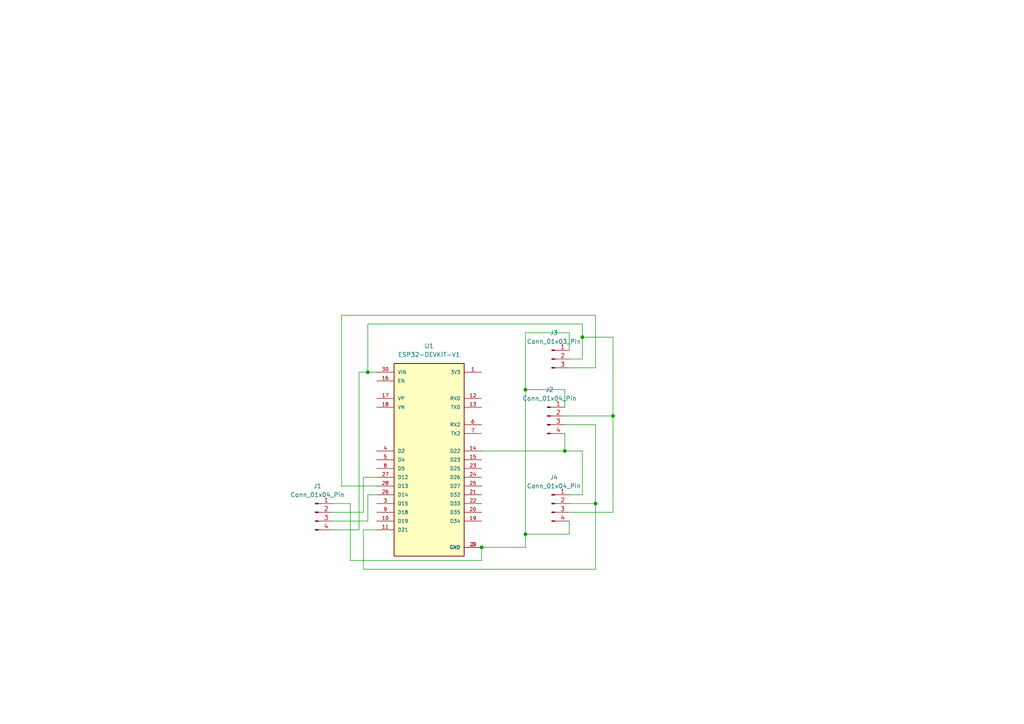
<source format=kicad_sch>
(kicad_sch (version 20250114) (generator "eeschema") (generator_version "9.0")
  (paper "A4")
  (lib_symbols
    (symbol "Connector:Conn_01x03_Pin" (pin_names (offset 1.016) (hide yes))
      (property "Reference" "J" (at 0 5.08 0))
      (property "Value" "Conn_01x03_Pin" (at 0 -5.08 0))
      (symbol "Conn_01x03_Pin_1_1"
        (rectangle (start 0.8636 2.667) (end 0 2.413) (stroke (width 0.1524)) (fill (type outline)))
        (rectangle (start 0.8636 0.127) (end 0 -0.127) (stroke (width 0.1524)) (fill (type outline)))
        (rectangle (start 0.8636 -2.413) (end 0 -2.667) (stroke (width 0.1524)) (fill (type outline)))
        (polyline (pts (xy 1.27 2.54) (xy 0.8636 2.54)) (stroke (width 0.1524)))
        (polyline (pts (xy 1.27 0) (xy 0.8636 0)) (stroke (width 0.1524)))
        (polyline (pts (xy 1.27 -2.54) (xy 0.8636 -2.54)) (stroke (width 0.1524)))
        (pin passive line (at 5.08 2.54 180) (length 3.81) (name "Pin_1") (number "1"))
        (pin passive line (at 5.08 0 180) (length 3.81) (name "Pin_2") (number "2"))
        (pin passive line (at 5.08 -2.54 180) (length 3.81) (name "Pin_3") (number "3"))
      )
    )
    (symbol "Connector:Conn_01x04_Pin" (pin_names (offset 1.016) (hide yes))
      (property "Reference" "J" (at 0 5.08 0))
      (property "Value" "Conn_01x04_Pin" (at 0 -7.62 0))
      (symbol "Conn_01x04_Pin_1_1"
        (rectangle (start 0.8636 2.667) (end 0 2.413) (stroke (width 0.1524)) (fill (type outline)))
        (rectangle (start 0.8636 0.127) (end 0 -0.127) (stroke (width 0.1524)) (fill (type outline)))
        (rectangle (start 0.8636 -2.413) (end 0 -2.667) (stroke (width 0.1524)) (fill (type outline)))
        (rectangle (start 0.8636 -4.953) (end 0 -5.207) (stroke (width 0.1524)) (fill (type outline)))
        (polyline (pts (xy 1.27 2.54) (xy 0.8636 2.54)) (stroke (width 0.1524)))
        (polyline (pts (xy 1.27 0) (xy 0.8636 0)) (stroke (width 0.1524)))
        (polyline (pts (xy 1.27 -2.54) (xy 0.8636 -2.54)) (stroke (width 0.1524)))
        (polyline (pts (xy 1.27 -5.08) (xy 0.8636 -5.08)) (stroke (width 0.1524)))
        (pin passive line (at 5.08 2.54 180) (length 3.81) (name "Pin_1") (number "1"))
        (pin passive line (at 5.08 0 180) (length 3.81) (name "Pin_2") (number "2"))
        (pin passive line (at 5.08 -2.54 180) (length 3.81) (name "Pin_3") (number "3"))
        (pin passive line (at 5.08 -5.08 180) (length 3.81) (name "Pin_4") (number "4"))
      )
    )
    (symbol "ESP32-DEVKIT-V1:ESP32-DEVKIT-V1" (pin_names (offset 1.016))
      (property "Reference" "U" (at -10.16 30.48 0))
      (property "Value" "ESP32-DEVKIT-V1" (at -10.16 -30.48 0))
      (symbol "ESP32-DEVKIT-V1_0_0"
        (rectangle (start -10.16 -27.94) (end 10.16 27.94) (stroke (width 0.254)) (fill (type background)))
        (pin input line (at -15.24 25.4 0) (length 5.08) (name "VIN") (number "30"))
        (pin input line (at -15.24 22.86 0) (length 5.08) (name "EN") (number "16"))
        (pin bidirectional line (at -15.24 17.78 0) (length 5.08) (name "VP") (number "17"))
        (pin bidirectional line (at -15.24 15.24 0) (length 5.08) (name "VN") (number "18"))
        (pin bidirectional line (at -15.24 2.54 0) (length 5.08) (name "D2") (number "4"))
        (pin bidirectional line (at -15.24 0 0) (length 5.08) (name "D4") (number "5"))
        (pin bidirectional line (at -15.24 -2.54 0) (length 5.08) (name "D5") (number "8"))
        (pin bidirectional line (at -15.24 -5.08 0) (length 5.08) (name "D12") (number "27"))
        (pin bidirectional line (at -15.24 -7.62 0) (length 5.08) (name "D13") (number "28"))
        (pin bidirectional line (at -15.24 -10.16 0) (length 5.08) (name "D14") (number "26"))
        (pin bidirectional line (at -15.24 -12.7 0) (length 5.08) (name "D15") (number "3"))
        (pin bidirectional line (at -15.24 -15.24 0) (length 5.08) (name "D18") (number "9"))
        (pin bidirectional line (at -15.24 -17.78 0) (length 5.08) (name "D19") (number "10"))
        (pin bidirectional line (at -15.24 -20.32 0) (length 5.08) (name "D21") (number "11"))
        (pin output line (at 15.24 25.4 180) (length 5.08) (name "3V3") (number "1"))
        (pin input line (at 15.24 17.78 180) (length 5.08) (name "RX0") (number "12"))
        (pin output line (at 15.24 15.24 180) (length 5.08) (name "TX0") (number "13"))
        (pin input line (at 15.24 10.16 180) (length 5.08) (name "RX2") (number "6"))
        (pin output line (at 15.24 7.62 180) (length 5.08) (name "TX2") (number "7"))
        (pin bidirectional line (at 15.24 2.54 180) (length 5.08) (name "D22") (number "14"))
        (pin bidirectional line (at 15.24 0 180) (length 5.08) (name "D23") (number "15"))
        (pin bidirectional line (at 15.24 -2.54 180) (length 5.08) (name "D25") (number "23"))
        (pin bidirectional line (at 15.24 -5.08 180) (length 5.08) (name "D26") (number "24"))
        (pin bidirectional line (at 15.24 -7.62 180) (length 5.08) (name "D27") (number "25"))
        (pin bidirectional line (at 15.24 -10.16 180) (length 5.08) (name "D32") (number "21"))
        (pin bidirectional line (at 15.24 -12.7 180) (length 5.08) (name "D33") (number "22"))
        (pin bidirectional line (at 15.24 -15.24 180) (length 5.08) (name "D35") (number "20"))
        (pin bidirectional line (at 15.24 -17.78 180) (length 5.08) (name "D34") (number "19"))
        (pin power_in line (at 15.24 -25.4 180) (length 5.08) (name "GND") (number "2"))
        (pin power_in line (at 15.24 -25.4 180) (length 5.08) (name "GND") (number "29"))
      )
    )
  )
  (junction (at 106.68 107.95))
  (junction (at 177.8 120.65))
  (junction (at 163.83 130.81))
  (junction (at 168.91 97.79))
  (junction (at 152.4 113.03))
  (junction (at 152.4 154.94))
  (junction (at 139.7 158.75))
  (junction (at 172.72 146.05))
  (wire (pts (xy 105.41 165.1) (xy 105.41 153.67)))
  (wire (pts (xy 177.8 97.79) (xy 168.91 97.79)))
  (wire (pts (xy 99.06 91.44) (xy 99.06 140.97)))
  (wire (pts (xy 165.1 146.05) (xy 172.72 146.05)))
  (wire (pts (xy 96.52 148.59) (xy 105.41 148.59)))
  (wire (pts (xy 152.4 113.03) (xy 152.4 154.94)))
  (wire (pts (xy 152.4 154.94) (xy 152.4 158.75)))
  (wire (pts (xy 96.52 153.67) (xy 104.14 153.67)))
  (wire (pts (xy 104.14 153.67) (xy 104.14 107.95)))
  (wire (pts (xy 163.83 125.73) (xy 163.83 130.81)))
  (wire (pts (xy 172.72 146.05) (xy 172.72 165.1)))
  (wire (pts (xy 165.1 96.52) (xy 152.4 96.52)))
  (wire (pts (xy 177.8 148.59) (xy 177.8 120.65)))
  (wire (pts (xy 165.1 101.6) (xy 165.1 96.52)))
  (wire (pts (xy 104.14 107.95) (xy 106.68 107.95)))
  (wire (pts (xy 165.1 106.68) (xy 172.72 106.68)))
  (wire (pts (xy 105.41 148.59) (xy 105.41 138.43)))
  (wire (pts (xy 172.72 165.1) (xy 105.41 165.1)))
  (wire (pts (xy 163.83 113.03) (xy 152.4 113.03)))
  (wire (pts (xy 165.1 104.14) (xy 168.91 104.14)))
  (wire (pts (xy 139.7 162.56) (xy 139.7 158.75)))
  (wire (pts (xy 101.6 146.05) (xy 101.6 162.56)))
  (wire (pts (xy 99.06 140.97) (xy 109.22 140.97)))
  (wire (pts (xy 172.72 91.44) (xy 99.06 91.44)))
  (wire (pts (xy 168.91 104.14) (xy 168.91 97.79)))
  (wire (pts (xy 101.6 162.56) (xy 139.7 162.56)))
  (wire (pts (xy 163.83 130.81) (xy 139.7 130.81)))
  (wire (pts (xy 165.1 143.51) (xy 168.91 143.51)))
  (wire (pts (xy 96.52 146.05) (xy 101.6 146.05)))
  (wire (pts (xy 177.8 97.79) (xy 177.8 120.65)))
  (wire (pts (xy 106.68 107.95) (xy 109.22 107.95)))
  (wire (pts (xy 165.1 154.94) (xy 152.4 154.94)))
  (wire (pts (xy 152.4 158.75) (xy 139.7 158.75)))
  (wire (pts (xy 172.72 91.44) (xy 172.72 106.68)))
  (wire (pts (xy 168.91 97.79) (xy 168.91 93.98)))
  (wire (pts (xy 163.83 120.65) (xy 177.8 120.65)))
  (wire (pts (xy 96.52 151.13) (xy 106.68 151.13)))
  (wire (pts (xy 105.41 153.67) (xy 109.22 153.67)))
  (wire (pts (xy 105.41 138.43) (xy 109.22 138.43)))
  (wire (pts (xy 106.68 151.13) (xy 106.68 143.51)))
  (wire (pts (xy 165.1 148.59) (xy 177.8 148.59)))
  (wire (pts (xy 172.72 123.19) (xy 172.72 146.05)))
  (wire (pts (xy 106.68 93.98) (xy 106.68 107.95)))
  (wire (pts (xy 152.4 96.52) (xy 152.4 113.03)))
  (wire (pts (xy 168.91 143.51) (xy 168.91 130.81)))
  (wire (pts (xy 168.91 93.98) (xy 106.68 93.98)))
  (wire (pts (xy 163.83 118.11) (xy 163.83 113.03)))
  (wire (pts (xy 163.83 123.19) (xy 172.72 123.19)))
  (wire (pts (xy 165.1 151.13) (xy 165.1 154.94)))
  (wire (pts (xy 168.91 130.81) (xy 163.83 130.81)))
  (wire (pts (xy 106.68 143.51) (xy 109.22 143.51)))
  (symbol (lib_id "Connector:Conn_01x04_Pin") (at 158.75 120.65 0) (unit 1)
    (property "Reference" "J2" (at 159.385 113.03 0))
    (property "Value" "Conn_01x04_Pin" (at 159.385 115.57 0))
    (property "Footprint" "Connector:FanPinHeader_1x04_P2.54mm_Vertical" (effects (hide yes)))
    (property "Description" "Generic connector, single row, 01x04, script generated" (effects (hide yes)))
  )
  (symbol (lib_id "ESP32-DEVKIT-V1:ESP32-DEVKIT-V1") (at 124.46 133.35 0) (unit 1)
    (property "Reference" "U1" (at 124.46 100.33 0))
    (property "Value" "ESP32-DEVKIT-V1" (at 124.46 102.87 0))
    (property "Footprint" "ESP32-DEVKIT-V1 (1):MODULE_ESP32_DEVKIT_V1" (effects (hide yes)))
    (property "MF" "Do it" (effects (hide yes)))
    (property "MAXIMUM_PACKAGE_HEIGHT" "6.8 mm" (effects (hide yes)))
    (property "Package" "None" (effects (hide yes)))
    (property "Price" "None" (effects (hide yes)))
    (property "Check_prices" "https://www.snapeda.com/parts/ESP32-DEVKIT-V1/Do+it/view-part/?ref=eda" (effects (hide yes)))
    (property "STANDARD" "Manufacturer Recommendations" (effects (hide yes)))
    (property "PARTREV" "N/A" (effects (hide yes)))
    (property "SnapEDA_Link" "https://www.snapeda.com/parts/ESP32-DEVKIT-V1/Do+it/view-part/?ref=snap" (effects (hide yes)))
    (property "MP" "ESP32-DEVKIT-V1" (effects (hide yes)))
    (property "Description_1" "\\n                        \\n                            Dual core, Wi-Fi: 2.4 GHz up to 150 Mbits/s,BLE (Bluetooth Low Energy) and legacy Bluetooth, 32 bits, Up to 240 MHz\\n                        \\n" (effects (hide yes)))
    (property "Availability" "Not in stock" (effects (hide yes)))
    (property "MANUFACTURER" "DOIT" (effects (hide yes)))
  )
  (symbol (lib_id "Connector:Conn_01x04_Pin") (at 91.44 148.59 0) (unit 1)
    (property "Reference" "J1" (at 92.075 140.97 0))
    (property "Value" "Conn_01x04_Pin" (at 92.075 143.51 0))
    (property "Footprint" "Connector:FanPinHeader_1x04_P2.54mm_Vertical" (effects (hide yes)))
    (property "Description" "Generic connector, single row, 01x04, script generated" (effects (hide yes)))
  )
  (symbol (lib_id "Connector:Conn_01x03_Pin") (at 160.02 104.14 0) (unit 1)
    (property "Reference" "J3" (at 160.655 96.52 0))
    (property "Value" "Conn_01x03_Pin" (at 160.655 99.06 0))
    (property "Footprint" "Connector:FanPinHeader_1x03_P2.54mm_Vertical" (effects (hide yes)))
    (property "Description" "Generic connector, single row, 01x03, script generated" (effects (hide yes)))
  )
  (symbol (lib_id "Connector:Conn_01x04_Pin") (at 160.02 146.05 0) (unit 1)
    (property "Reference" "J4" (at 160.655 138.43 0))
    (property "Value" "Conn_01x04_Pin" (at 160.655 140.97 0))
    (property "Footprint" "Connector:FanPinHeader_1x04_P2.54mm_Vertical" (effects (hide yes)))
    (property "Description" "Generic connector, single row, 01x04, script generated" (effects (hide yes)))
  )
)
</source>
